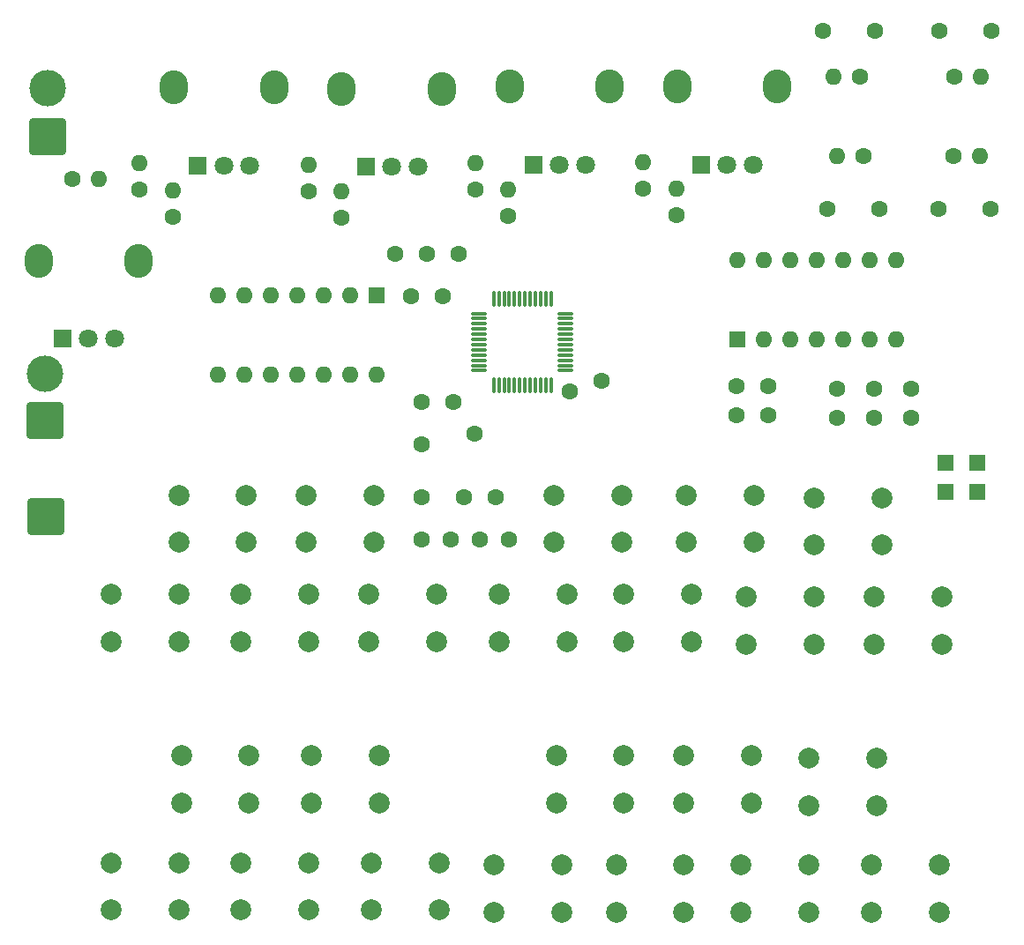
<source format=gbr>
%TF.GenerationSoftware,KiCad,Pcbnew,7.0.1-2.fc37*%
%TF.CreationDate,2023-04-06T16:15:50-04:00*%
%TF.ProjectId,synthesizer,73796e74-6865-4736-997a-65722e6b6963,rev?*%
%TF.SameCoordinates,Original*%
%TF.FileFunction,Soldermask,Top*%
%TF.FilePolarity,Negative*%
%FSLAX46Y46*%
G04 Gerber Fmt 4.6, Leading zero omitted, Abs format (unit mm)*
G04 Created by KiCad (PCBNEW 7.0.1-2.fc37) date 2023-04-06 16:15:50*
%MOMM*%
%LPD*%
G01*
G04 APERTURE LIST*
G04 Aperture macros list*
%AMRoundRect*
0 Rectangle with rounded corners*
0 $1 Rounding radius*
0 $2 $3 $4 $5 $6 $7 $8 $9 X,Y pos of 4 corners*
0 Add a 4 corners polygon primitive as box body*
4,1,4,$2,$3,$4,$5,$6,$7,$8,$9,$2,$3,0*
0 Add four circle primitives for the rounded corners*
1,1,$1+$1,$2,$3*
1,1,$1+$1,$4,$5*
1,1,$1+$1,$6,$7*
1,1,$1+$1,$8,$9*
0 Add four rect primitives between the rounded corners*
20,1,$1+$1,$2,$3,$4,$5,0*
20,1,$1+$1,$4,$5,$6,$7,0*
20,1,$1+$1,$6,$7,$8,$9,0*
20,1,$1+$1,$8,$9,$2,$3,0*%
G04 Aperture macros list end*
%ADD10RoundRect,0.075000X-0.662500X-0.075000X0.662500X-0.075000X0.662500X0.075000X-0.662500X0.075000X0*%
%ADD11RoundRect,0.075000X-0.075000X-0.662500X0.075000X-0.662500X0.075000X0.662500X-0.075000X0.662500X0*%
%ADD12C,2.000000*%
%ADD13C,1.600000*%
%ADD14RoundRect,0.250000X-0.550000X-0.550000X0.550000X-0.550000X0.550000X0.550000X-0.550000X0.550000X0*%
%ADD15O,1.600000X1.600000*%
%ADD16R,1.600000X1.600000*%
%ADD17O,2.720000X3.240000*%
%ADD18R,1.800000X1.800000*%
%ADD19C,1.800000*%
%ADD20C,3.500000*%
%ADD21RoundRect,0.250002X-1.499998X-1.499998X1.499998X-1.499998X1.499998X1.499998X-1.499998X1.499998X0*%
G04 APERTURE END LIST*
D10*
%TO.C,MSP430FR1*%
X72077500Y-87500000D03*
X72077500Y-88000000D03*
X72077500Y-88500000D03*
X72077500Y-89000000D03*
X72077500Y-89500000D03*
X72077500Y-90000000D03*
X72077500Y-90500000D03*
X72077500Y-91000000D03*
X72077500Y-91500000D03*
X72077500Y-92000000D03*
X72077500Y-92500000D03*
X72077500Y-93000000D03*
D11*
X73490000Y-94412500D03*
X73990000Y-94412500D03*
X74490000Y-94412500D03*
X74990000Y-94412500D03*
X75490000Y-94412500D03*
X75990000Y-94412500D03*
X76490000Y-94412500D03*
X76990000Y-94412500D03*
X77490000Y-94412500D03*
X77990000Y-94412500D03*
X78490000Y-94412500D03*
X78990000Y-94412500D03*
D10*
X80402500Y-93000000D03*
X80402500Y-92500000D03*
X80402500Y-92000000D03*
X80402500Y-91500000D03*
X80402500Y-91000000D03*
X80402500Y-90500000D03*
X80402500Y-90000000D03*
X80402500Y-89500000D03*
X80402500Y-89000000D03*
X80402500Y-88500000D03*
X80402500Y-88000000D03*
X80402500Y-87500000D03*
D11*
X78990000Y-86087500D03*
X78490000Y-86087500D03*
X77990000Y-86087500D03*
X77490000Y-86087500D03*
X76990000Y-86087500D03*
X76490000Y-86087500D03*
X75990000Y-86087500D03*
X75490000Y-86087500D03*
X74990000Y-86087500D03*
X74490000Y-86087500D03*
X73990000Y-86087500D03*
X73490000Y-86087500D03*
%TD*%
D12*
%TO.C,F#_4*%
X79250000Y-105000000D03*
X85750000Y-105000000D03*
X79250000Y-109500000D03*
X85750000Y-109500000D03*
%TD*%
D13*
%TO.C,C_Sin1*%
X121145000Y-77470000D03*
X116145000Y-77470000D03*
%TD*%
D12*
%TO.C,D_3*%
X49250000Y-140250000D03*
X55750000Y-140250000D03*
X49250000Y-144750000D03*
X55750000Y-144750000D03*
%TD*%
D14*
%TO.C,3v3*%
X116840000Y-101854000D03*
%TD*%
D13*
%TO.C,R3*%
X42700000Y-78240000D03*
D15*
X42700000Y-75700000D03*
%TD*%
D16*
%TO.C,U2*%
X62230000Y-85725000D03*
D15*
X59690000Y-85725000D03*
X57150000Y-85725000D03*
X54610000Y-85725000D03*
X52070000Y-85725000D03*
X49530000Y-85725000D03*
X46990000Y-85725000D03*
X46990000Y-93345000D03*
X49530000Y-93345000D03*
X52070000Y-93345000D03*
X54610000Y-93345000D03*
X57150000Y-93345000D03*
X59690000Y-93345000D03*
X62230000Y-93345000D03*
%TD*%
D12*
%TO.C,A#_4*%
X104250000Y-105250000D03*
X110750000Y-105250000D03*
X104250000Y-109750000D03*
X110750000Y-109750000D03*
%TD*%
%TO.C,C_4*%
X36750000Y-114500000D03*
X43250000Y-114500000D03*
X36750000Y-119000000D03*
X43250000Y-119000000D03*
%TD*%
%TO.C,E_4*%
X61500000Y-114500000D03*
X68000000Y-114500000D03*
X61500000Y-119000000D03*
X68000000Y-119000000D03*
%TD*%
D13*
%TO.C,R2*%
X91000000Y-78045000D03*
D15*
X91000000Y-75505000D03*
%TD*%
D13*
%TO.C,40*%
X65532000Y-85852000D03*
%TD*%
%TO.C,20*%
X66600000Y-105156000D03*
%TD*%
D17*
%TO.C,R_Sine_Mix1*%
X42800000Y-65800000D03*
X52400000Y-65800000D03*
D18*
X45100000Y-73300000D03*
D19*
X47600000Y-73300000D03*
X50100000Y-73300000D03*
%TD*%
D13*
%TO.C,GND*%
X109982000Y-94742000D03*
%TD*%
%TO.C,GND*%
X113538000Y-97536000D03*
%TD*%
%TO.C,GND*%
X106426000Y-97536000D03*
%TD*%
%TO.C,24*%
X72136000Y-109220000D03*
%TD*%
%TO.C,R7*%
X58825000Y-78330000D03*
D15*
X58825000Y-75790000D03*
%TD*%
D13*
%TO.C,18*%
X66600000Y-96012000D03*
%TD*%
%TO.C,GND*%
X109982000Y-97536000D03*
%TD*%
D14*
%TO.C,3v3*%
X116840000Y-104648000D03*
%TD*%
D16*
%TO.C,U3*%
X96920000Y-90020000D03*
D15*
X99460000Y-90020000D03*
X102000000Y-90020000D03*
X104540000Y-90020000D03*
X107080000Y-90020000D03*
X109620000Y-90020000D03*
X112160000Y-90020000D03*
X112160000Y-82400000D03*
X109620000Y-82400000D03*
X107080000Y-82400000D03*
X104540000Y-82400000D03*
X102000000Y-82400000D03*
X99460000Y-82400000D03*
X96920000Y-82400000D03*
%TD*%
D12*
%TO.C,F#_3*%
X79500000Y-130000000D03*
X86000000Y-130000000D03*
X79500000Y-134500000D03*
X86000000Y-134500000D03*
%TD*%
D13*
%TO.C,16*%
X71628000Y-99060000D03*
%TD*%
%TO.C,NC*%
X99822000Y-94488000D03*
%TD*%
%TO.C,41*%
X70104000Y-81788000D03*
%TD*%
%TO.C,43*%
X64008000Y-81788000D03*
%TD*%
D12*
%TO.C,A_3*%
X97250000Y-140500000D03*
X103750000Y-140500000D03*
X97250000Y-145000000D03*
X103750000Y-145000000D03*
%TD*%
D13*
%TO.C,C_Saw1*%
X121245000Y-60325000D03*
X116245000Y-60325000D03*
%TD*%
%TO.C,R_Sq1*%
X108985000Y-72395000D03*
D15*
X106445000Y-72395000D03*
%TD*%
D12*
%TO.C,B_3*%
X109750000Y-140500000D03*
X116250000Y-140500000D03*
X109750000Y-145000000D03*
X116250000Y-145000000D03*
%TD*%
D17*
%TO.C,R_Triangle_Mix1*%
X75000000Y-65725000D03*
X84600000Y-65725000D03*
D18*
X77300000Y-73225000D03*
D19*
X79800000Y-73225000D03*
X82300000Y-73225000D03*
%TD*%
D12*
%TO.C,G#_3*%
X91750000Y-130000000D03*
X98250000Y-130000000D03*
X91750000Y-134500000D03*
X98250000Y-134500000D03*
%TD*%
%TO.C,A_4*%
X97750000Y-114750000D03*
X104250000Y-114750000D03*
X97750000Y-119250000D03*
X104250000Y-119250000D03*
%TD*%
%TO.C,G_3*%
X85250000Y-140500000D03*
X91750000Y-140500000D03*
X85250000Y-145000000D03*
X91750000Y-145000000D03*
%TD*%
D13*
%TO.C,4*%
X83820000Y-93980000D03*
%TD*%
D12*
%TO.C,F_3*%
X73500000Y-140500000D03*
X80000000Y-140500000D03*
X73500000Y-145000000D03*
X80000000Y-145000000D03*
%TD*%
D20*
%TO.C,GND*%
X30700000Y-65900000D03*
%TD*%
D13*
%TO.C,GND*%
X106426000Y-94742000D03*
%TD*%
%TO.C,NC*%
X96774000Y-94488000D03*
%TD*%
D12*
%TO.C,D#_4*%
X55500000Y-105000000D03*
X62000000Y-105000000D03*
X55500000Y-109500000D03*
X62000000Y-109500000D03*
%TD*%
%TO.C,E_3*%
X61750000Y-140250000D03*
X68250000Y-140250000D03*
X61750000Y-144750000D03*
X68250000Y-144750000D03*
%TD*%
D13*
%TO.C,19*%
X66600000Y-100076000D03*
%TD*%
D14*
%TO.C,3v3*%
X119888000Y-104648000D03*
%TD*%
D13*
%TO.C,23*%
X70612000Y-105156000D03*
%TD*%
%TO.C,26*%
X74930000Y-109220000D03*
%TD*%
%TO.C,R8*%
X55700000Y-75745000D03*
D15*
X55700000Y-73205000D03*
%TD*%
D13*
%TO.C,R_Saw1*%
X117700000Y-64770000D03*
D15*
X120240000Y-64770000D03*
%TD*%
D13*
%TO.C,R_Sin1*%
X117600000Y-72400000D03*
D15*
X120140000Y-72400000D03*
%TD*%
D13*
%TO.C,R1*%
X87800000Y-75540000D03*
D15*
X87800000Y-73000000D03*
%TD*%
D13*
%TO.C,R_T1*%
X108645000Y-64770000D03*
D15*
X106105000Y-64770000D03*
%TD*%
D12*
%TO.C,G_4*%
X86000000Y-114500000D03*
X92500000Y-114500000D03*
X86000000Y-119000000D03*
X92500000Y-119000000D03*
%TD*%
D13*
%TO.C,C_T1*%
X105100000Y-60325000D03*
X110100000Y-60325000D03*
%TD*%
%TO.C,R6*%
X71700000Y-75565000D03*
D15*
X71700000Y-73025000D03*
%TD*%
D13*
%TO.C,42*%
X67056000Y-81788000D03*
%TD*%
D12*
%TO.C,G#_4*%
X92000000Y-105000000D03*
X98500000Y-105000000D03*
X92000000Y-109500000D03*
X98500000Y-109500000D03*
%TD*%
%TO.C,D#_3*%
X56000000Y-130000000D03*
X62500000Y-130000000D03*
X56000000Y-134500000D03*
X62500000Y-134500000D03*
%TD*%
D17*
%TO.C,R_Volume1*%
X29800000Y-82425000D03*
X39400000Y-82425000D03*
D18*
X32100000Y-89925000D03*
D19*
X34600000Y-89925000D03*
X37100000Y-89925000D03*
%TD*%
D13*
%TO.C,R4*%
X39500000Y-75640000D03*
D15*
X39500000Y-73100000D03*
%TD*%
D21*
%TO.C,Audio Out*%
X30700000Y-70500000D03*
%TD*%
D20*
%TO.C,GND*%
X30400000Y-93300000D03*
%TD*%
D12*
%TO.C,C#_3*%
X43500000Y-130000000D03*
X50000000Y-130000000D03*
X43500000Y-134500000D03*
X50000000Y-134500000D03*
%TD*%
D17*
%TO.C,P_Square_Mix1*%
X91100000Y-65700000D03*
X100700000Y-65700000D03*
D18*
X93400000Y-73200000D03*
D19*
X95900000Y-73200000D03*
X98400000Y-73200000D03*
%TD*%
D12*
%TO.C,A#_3*%
X103750000Y-130250000D03*
X110250000Y-130250000D03*
X103750000Y-134750000D03*
X110250000Y-134750000D03*
%TD*%
%TO.C,B_4*%
X110000000Y-114750000D03*
X116500000Y-114750000D03*
X110000000Y-119250000D03*
X116500000Y-119250000D03*
%TD*%
D14*
%TO.C,3v3*%
X119888000Y-101854000D03*
%TD*%
D17*
%TO.C,R_Sawtooth_Mix1*%
X58900000Y-65925000D03*
X68500000Y-65925000D03*
D18*
X61200000Y-73425000D03*
D19*
X63700000Y-73425000D03*
X66200000Y-73425000D03*
%TD*%
D12*
%TO.C,C_3*%
X36750000Y-140250000D03*
X43250000Y-140250000D03*
X36750000Y-144750000D03*
X43250000Y-144750000D03*
%TD*%
%TO.C,D_4*%
X49250000Y-114500000D03*
X55750000Y-114500000D03*
X49250000Y-119000000D03*
X55750000Y-119000000D03*
%TD*%
D13*
%TO.C,GND*%
X113538000Y-94742000D03*
%TD*%
D21*
%TO.C,3.3v*%
X30500000Y-107000000D03*
%TD*%
D13*
%TO.C,R9*%
X33060000Y-74600000D03*
D15*
X35600000Y-74600000D03*
%TD*%
D13*
%TO.C,22*%
X69342000Y-109220000D03*
%TD*%
%TO.C,5*%
X80772000Y-94996000D03*
%TD*%
%TO.C,C_Sq1*%
X105490000Y-77470000D03*
X110490000Y-77470000D03*
%TD*%
D12*
%TO.C,C#_4*%
X43250000Y-105000000D03*
X49750000Y-105000000D03*
X43250000Y-109500000D03*
X49750000Y-109500000D03*
%TD*%
D13*
%TO.C,25*%
X73660000Y-105156000D03*
%TD*%
%TO.C,39*%
X68580000Y-85852000D03*
%TD*%
D12*
%TO.C,F_4*%
X74000000Y-114500000D03*
X80500000Y-114500000D03*
X74000000Y-119000000D03*
X80500000Y-119000000D03*
%TD*%
D13*
%TO.C,R5*%
X74900000Y-78165000D03*
D15*
X74900000Y-75625000D03*
%TD*%
D21*
%TO.C,9v*%
X30400000Y-97800000D03*
%TD*%
D13*
%TO.C,17*%
X69596000Y-96012000D03*
%TD*%
%TO.C,21*%
X66600000Y-109220000D03*
%TD*%
%TO.C,NC*%
X96774000Y-97282000D03*
%TD*%
%TO.C,NC*%
X99822000Y-97282000D03*
%TD*%
M02*

</source>
